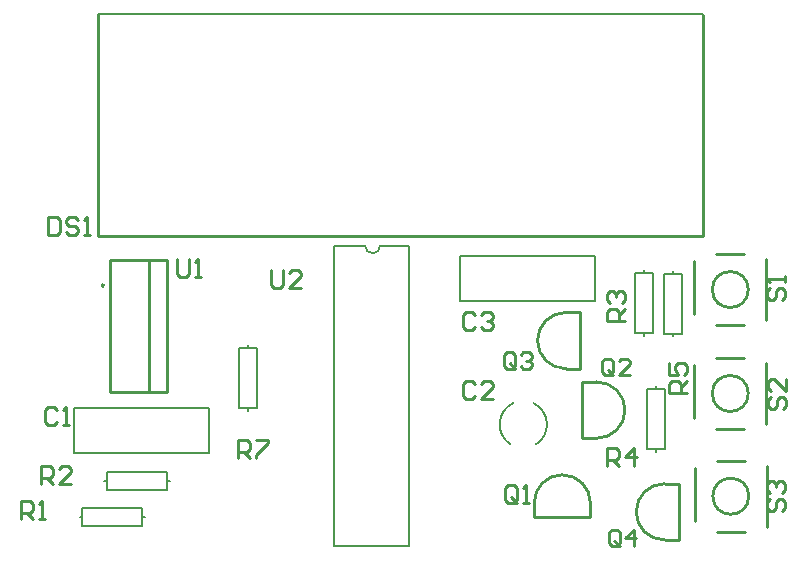
<source format=gbr>
G04 Layer_Color=65535*
%FSLAX44Y44*%
%MOMM*%
%TF.FileFunction,Legend,Top*%
%TF.Part,Single*%
G01*
G75*
%TA.AperFunction,NonConductor*%
%ADD10C,0.2000*%
%ADD11C,0.2540*%
D10*
X809150Y1107100D02*
G03*
X821850Y1107100I6350J-132D01*
G01*
X934683Y973939D02*
G03*
X932250Y938885I8317J-18189D01*
G01*
X953750D02*
G03*
X951317Y973939I-10750J16865D01*
G01*
X783200Y1107100D02*
X808350D01*
X821850D02*
X846450D01*
X846600Y853100D02*
Y1107100D01*
X783100Y853100D02*
X846600D01*
X783100D02*
Y1107100D01*
X1069500Y1083400D02*
Y1085686D01*
Y1030314D02*
Y1032600D01*
Y1083400D02*
X1077120D01*
Y1032600D02*
Y1083400D01*
X1061880Y1032600D02*
X1077120D01*
X1061880D02*
Y1083400D01*
X1069500D01*
X1055750Y985900D02*
Y988186D01*
Y932814D02*
Y935100D01*
Y985900D02*
X1063370D01*
Y935100D02*
Y985900D01*
X1048130Y935100D02*
X1063370D01*
X1048130D02*
Y985900D01*
X1055750D01*
X1045000Y1083900D02*
Y1086186D01*
Y1030814D02*
Y1033100D01*
Y1083900D02*
X1052620D01*
Y1033100D02*
Y1083900D01*
X1037380Y1033100D02*
X1052620D01*
X1037380D02*
Y1083900D01*
X1045000D01*
X588264Y908050D02*
X590550D01*
X641350D02*
X643636D01*
X590550D02*
Y915670D01*
X641350D01*
Y900430D02*
Y915670D01*
X590550Y900430D02*
X641350D01*
X590550D02*
Y908050D01*
X710000Y967314D02*
Y969600D01*
Y1020400D02*
Y1022686D01*
X702380Y969600D02*
X710000D01*
X702380D02*
Y1020400D01*
X717620D01*
Y969600D02*
Y1020400D01*
X710000Y969600D02*
X717620D01*
X620400Y877000D02*
X622686D01*
X567314D02*
X569600D01*
X620400Y869380D02*
Y877000D01*
X569600Y869380D02*
X620400D01*
X569600D02*
Y884620D01*
X620400D01*
Y877000D02*
Y884620D01*
X583200Y1303010D02*
X1095200Y1303014D01*
X562350Y931700D02*
X676650D01*
Y969800D01*
X562350D02*
X676650D01*
X562350Y931700D02*
Y969800D01*
X1004150Y1059950D02*
Y1098050D01*
X889850Y1059950D02*
X1004150D01*
X889850D02*
Y1098050D01*
X1004150D01*
D11*
X1062623Y905598D02*
G03*
X1062623Y858000I-230J-23799D01*
G01*
X979123Y1050598D02*
G03*
X979123Y1003000I-230J-23799D01*
G01*
X1005127Y944152D02*
G03*
X1005127Y991750I230J23799D01*
G01*
X999848Y889127D02*
G03*
X952250Y889127I-23799J230D01*
G01*
X1133482Y982000D02*
G03*
X1133482Y982000I-15231J0D01*
G01*
X1133482Y1070000D02*
G03*
X1133482Y1070000I-15231J0D01*
G01*
X1133981Y895000D02*
G03*
X1133981Y895000I-15231J0D01*
G01*
X588250Y1073794D02*
G03*
X588250Y1073794I-1000J0D01*
G01*
X583200Y1115605D02*
Y1302500D01*
X1095200Y1115600D02*
Y1302700D01*
X583200Y1115605D02*
X1095198Y1115600D01*
X1074750Y858000D02*
Y905598D01*
X1062623Y858000D02*
X1074750D01*
X1062623Y905598D02*
X1074750D01*
X979123Y1050598D02*
X991250D01*
X979123Y1003000D02*
X991250D01*
Y1050598D01*
X993000Y944152D02*
Y991750D01*
X1005127D01*
X993000Y944152D02*
X1005127D01*
X999848Y877000D02*
Y889127D01*
X952250Y877000D02*
Y889127D01*
Y877000D02*
X999848D01*
X1088000Y961000D02*
Y1006000D01*
X1106250Y952000D02*
X1130250D01*
X1148500Y956000D02*
Y976250D01*
Y1008000D01*
X1106250Y1012000D02*
X1130250D01*
X1106250Y1100000D02*
X1130250D01*
X1148500Y1064250D02*
Y1096000D01*
Y1044000D02*
Y1064250D01*
X1106250Y1040000D02*
X1130250D01*
X1088000Y1049000D02*
Y1094000D01*
X1088500Y874000D02*
Y919000D01*
X1106750Y865000D02*
X1130750D01*
X1149000Y869000D02*
Y889250D01*
Y921000D01*
X1106750Y925000D02*
X1130750D01*
X593250Y983250D02*
Y1094750D01*
X641044D01*
X626250Y984500D02*
Y1094750D01*
X593250Y983250D02*
X641044D01*
Y1094750D01*
X937657Y892039D02*
Y902196D01*
X935117Y904735D01*
X930039D01*
X927500Y902196D01*
Y892039D01*
X930039Y889500D01*
X935117D01*
X932578Y894578D02*
X937657Y889500D01*
X935117D02*
X937657Y892039D01*
X942735Y889500D02*
X947813D01*
X945274D01*
Y904735D01*
X942735Y902196D01*
X729750Y1086735D02*
Y1074039D01*
X732289Y1071500D01*
X737367D01*
X739907Y1074039D01*
Y1086735D01*
X755142Y1071500D02*
X744985D01*
X755142Y1081657D01*
Y1084196D01*
X752603Y1086735D01*
X747524D01*
X744985Y1084196D01*
X649750Y1095985D02*
Y1083289D01*
X652289Y1080750D01*
X657367D01*
X659907Y1083289D01*
Y1095985D01*
X664985Y1080750D02*
X670063D01*
X667524D01*
Y1095985D01*
X664985Y1093446D01*
X1152054Y892657D02*
X1149515Y890117D01*
Y885039D01*
X1152054Y882500D01*
X1154593D01*
X1157132Y885039D01*
Y890117D01*
X1159672Y892657D01*
X1162211D01*
X1164750Y890117D01*
Y885039D01*
X1162211Y882500D01*
X1152054Y897735D02*
X1149515Y900274D01*
Y905353D01*
X1152054Y907892D01*
X1154593D01*
X1157132Y905353D01*
Y902813D01*
Y905353D01*
X1159672Y907892D01*
X1162211D01*
X1164750Y905353D01*
Y900274D01*
X1162211Y897735D01*
X1152054Y1070907D02*
X1149515Y1068368D01*
Y1063289D01*
X1152054Y1060750D01*
X1154593D01*
X1157132Y1063289D01*
Y1068368D01*
X1159672Y1070907D01*
X1162211D01*
X1164750Y1068368D01*
Y1063289D01*
X1162211Y1060750D01*
X1164750Y1075985D02*
Y1081063D01*
Y1078524D01*
X1149515D01*
X1152054Y1075985D01*
X701750Y927500D02*
Y942735D01*
X709368D01*
X711907Y940196D01*
Y935117D01*
X709368Y932578D01*
X701750D01*
X706828D02*
X711907Y927500D01*
X716985Y942735D02*
X727142D01*
Y940196D01*
X716985Y930039D01*
Y927500D01*
X1082000Y982500D02*
X1066765D01*
Y990117D01*
X1069304Y992657D01*
X1074382D01*
X1076922Y990117D01*
Y982500D01*
Y987578D02*
X1082000Y992657D01*
X1066765Y1007892D02*
Y997735D01*
X1074382D01*
X1071843Y1002813D01*
Y1005353D01*
X1074382Y1007892D01*
X1079461D01*
X1082000Y1005353D01*
Y1000274D01*
X1079461Y997735D01*
X1014250Y920250D02*
Y935485D01*
X1021868D01*
X1024407Y932946D01*
Y927868D01*
X1021868Y925328D01*
X1014250D01*
X1019328D02*
X1024407Y920250D01*
X1037103D02*
Y935485D01*
X1029485Y927868D01*
X1039642D01*
X1029500Y1043500D02*
X1014265D01*
Y1051117D01*
X1016804Y1053657D01*
X1021882D01*
X1024422Y1051117D01*
Y1043500D01*
Y1048578D02*
X1029500Y1053657D01*
X1016804Y1058735D02*
X1014265Y1061274D01*
Y1066353D01*
X1016804Y1068892D01*
X1019343D01*
X1021882Y1066353D01*
Y1063813D01*
Y1066353D01*
X1024422Y1068892D01*
X1026961D01*
X1029500Y1066353D01*
Y1061274D01*
X1026961Y1058735D01*
X534670Y905510D02*
Y920745D01*
X542287D01*
X544827Y918206D01*
Y913128D01*
X542287Y910588D01*
X534670D01*
X539748D02*
X544827Y905510D01*
X560062D02*
X549905D01*
X560062Y915667D01*
Y918206D01*
X557523Y920745D01*
X552444D01*
X549905Y918206D01*
X517530Y875730D02*
Y890965D01*
X525148D01*
X527687Y888426D01*
Y883347D01*
X525148Y880808D01*
X517530D01*
X522608D02*
X527687Y875730D01*
X532765D02*
X537843D01*
X535304D01*
Y890965D01*
X532765Y888426D01*
X902407Y1048696D02*
X899867Y1051235D01*
X894789D01*
X892250Y1048696D01*
Y1038539D01*
X894789Y1036000D01*
X899867D01*
X902407Y1038539D01*
X907485Y1048696D02*
X910024Y1051235D01*
X915103D01*
X917642Y1048696D01*
Y1046157D01*
X915103Y1043617D01*
X912563D01*
X915103D01*
X917642Y1041078D01*
Y1038539D01*
X915103Y1036000D01*
X910024D01*
X907485Y1038539D01*
X902407Y989696D02*
X899867Y992235D01*
X894789D01*
X892250Y989696D01*
Y979539D01*
X894789Y977000D01*
X899867D01*
X902407Y979539D01*
X917642Y977000D02*
X907485D01*
X917642Y987157D01*
Y989696D01*
X915103Y992235D01*
X910024D01*
X907485Y989696D01*
X548407Y967946D02*
X545868Y970485D01*
X540789D01*
X538250Y967946D01*
Y957789D01*
X540789Y955250D01*
X545868D01*
X548407Y957789D01*
X553485Y955250D02*
X558563D01*
X556024D01*
Y970485D01*
X553485Y967946D01*
X1019080Y999833D02*
Y1009163D01*
X1016748Y1011496D01*
X1012083D01*
X1009750Y1009163D01*
Y999833D01*
X1012083Y997500D01*
X1016748D01*
X1014415Y1002165D02*
X1019080Y997500D01*
X1016748D02*
X1019080Y999833D01*
X1033076Y997500D02*
X1023745D01*
X1033076Y1006830D01*
Y1009163D01*
X1030743Y1011496D01*
X1026078D01*
X1023745Y1009163D01*
X936080Y1005083D02*
Y1014413D01*
X933748Y1016746D01*
X929083D01*
X926750Y1014413D01*
Y1005083D01*
X929083Y1002750D01*
X933748D01*
X931415Y1007415D02*
X936080Y1002750D01*
X933748D02*
X936080Y1005083D01*
X940745Y1014413D02*
X943078Y1016746D01*
X947743D01*
X950076Y1014413D01*
Y1012080D01*
X947743Y1009748D01*
X945411D01*
X947743D01*
X950076Y1007415D01*
Y1005083D01*
X947743Y1002750D01*
X943078D01*
X940745Y1005083D01*
X1024830Y855083D02*
Y864413D01*
X1022498Y866746D01*
X1017833D01*
X1015500Y864413D01*
Y855083D01*
X1017833Y852750D01*
X1022498D01*
X1020165Y857415D02*
X1024830Y852750D01*
X1022498D02*
X1024830Y855083D01*
X1036493Y852750D02*
Y866746D01*
X1029495Y859748D01*
X1038826D01*
X540750Y1131185D02*
Y1115950D01*
X548368D01*
X550907Y1118489D01*
Y1128646D01*
X548368Y1131185D01*
X540750D01*
X566142Y1128646D02*
X563603Y1131185D01*
X558524D01*
X555985Y1128646D01*
Y1126107D01*
X558524Y1123568D01*
X563603D01*
X566142Y1121028D01*
Y1118489D01*
X563603Y1115950D01*
X558524D01*
X555985Y1118489D01*
X571220Y1115950D02*
X576298D01*
X573759D01*
Y1131185D01*
X571220Y1128646D01*
X1152554Y979157D02*
X1150015Y976618D01*
Y971539D01*
X1152554Y969000D01*
X1155093D01*
X1157633Y971539D01*
Y976618D01*
X1160172Y979157D01*
X1162711D01*
X1165250Y976618D01*
Y971539D01*
X1162711Y969000D01*
X1165250Y994392D02*
Y984235D01*
X1155093Y994392D01*
X1152554D01*
X1150015Y991853D01*
Y986774D01*
X1152554Y984235D01*
%TF.MD5,EA56252BA09A07DA30D431E4BFD9DE26*%
M02*

</source>
